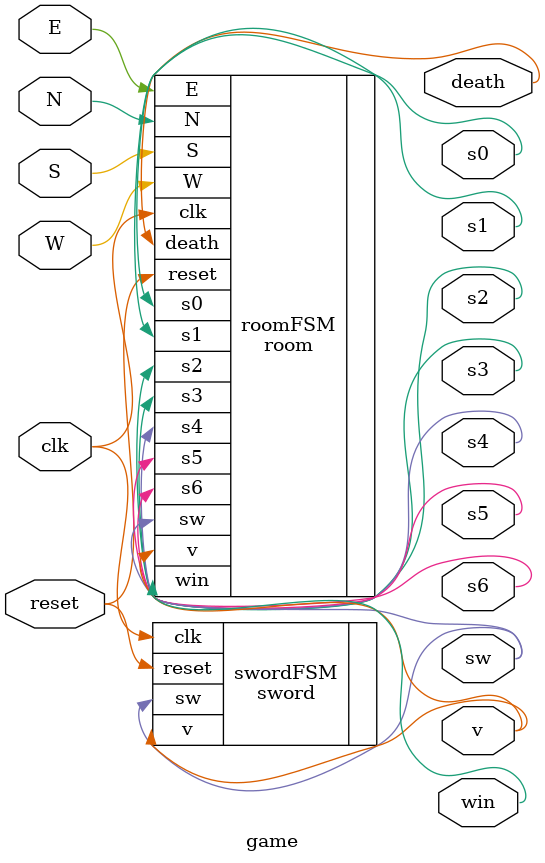
<source format=sv>
module game (input logic clk, N, S, E, W, reset,
					output logic s6, s5, s4, s3, s2, s1, s0, v, win, death, sw);
					
					room roomFSM (
						.clk(clk),
						.N(N),
						.S(S),
						.E(E),
						.W(W),
						.reset(reset),
						.s6(s6),
						.s5(s5),
						.s4(s4),
						.s3(s3),
						.s2(s2),
						.s1(s1),
						.s0(s0),
						.v(v),
						.win(win),
						.death(death),
						.sw(sw)
					);
					
					sword swordFSM (
						.sw(sw),
						.reset(reset),
						.clk(clk),
						.v(v)
					);
					
endmodule 

</source>
